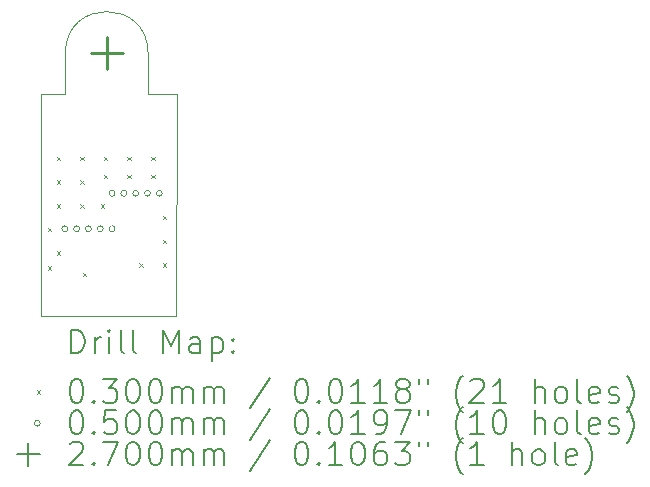
<source format=gbr>
%TF.GenerationSoftware,KiCad,Pcbnew,8.0.8*%
%TF.CreationDate,2025-02-15T01:37:26-07:00*%
%TF.ProjectId,ECE Capstone PCB Design,45434520-4361-4707-9374-6f6e65205043,rev?*%
%TF.SameCoordinates,Original*%
%TF.FileFunction,Drillmap*%
%TF.FilePolarity,Positive*%
%FSLAX45Y45*%
G04 Gerber Fmt 4.5, Leading zero omitted, Abs format (unit mm)*
G04 Created by KiCad (PCBNEW 8.0.8) date 2025-02-15 01:37:26*
%MOMM*%
%LPD*%
G01*
G04 APERTURE LIST*
%ADD10C,0.050000*%
%ADD11C,0.200000*%
%ADD12C,0.100000*%
%ADD13C,0.270000*%
G04 APERTURE END LIST*
D10*
X15660000Y-12710000D02*
X15660000Y-13061000D01*
X15900000Y-14939000D02*
X14750000Y-14939000D01*
X14751000Y-13061000D02*
X14960000Y-13061000D01*
X15900000Y-14939000D02*
X15901000Y-13061000D01*
X14960000Y-12710000D02*
X14960000Y-13061000D01*
X14960000Y-12710000D02*
G75*
G02*
X15660000Y-12710000I350000J0D01*
G01*
X14750000Y-14939000D02*
X14751000Y-13061000D01*
X15660000Y-13061000D02*
X15901000Y-13061000D01*
D11*
D12*
X14810000Y-14190000D02*
X14840000Y-14220000D01*
X14840000Y-14190000D02*
X14810000Y-14220000D01*
X14810000Y-14515000D02*
X14840000Y-14545000D01*
X14840000Y-14515000D02*
X14810000Y-14545000D01*
X14885000Y-13590000D02*
X14915000Y-13620000D01*
X14915000Y-13590000D02*
X14885000Y-13620000D01*
X14885000Y-13790000D02*
X14915000Y-13820000D01*
X14915000Y-13790000D02*
X14885000Y-13820000D01*
X14885000Y-13990000D02*
X14915000Y-14020000D01*
X14915000Y-13990000D02*
X14885000Y-14020000D01*
X14885000Y-14390000D02*
X14915000Y-14420000D01*
X14915000Y-14390000D02*
X14885000Y-14420000D01*
X15085000Y-13590000D02*
X15115000Y-13620000D01*
X15115000Y-13590000D02*
X15085000Y-13620000D01*
X15085000Y-13790000D02*
X15115000Y-13820000D01*
X15115000Y-13790000D02*
X15085000Y-13820000D01*
X15085000Y-13990000D02*
X15115000Y-14020000D01*
X15115000Y-13990000D02*
X15085000Y-14020000D01*
X15105000Y-14570000D02*
X15135000Y-14600000D01*
X15135000Y-14570000D02*
X15105000Y-14600000D01*
X15260000Y-13990000D02*
X15290000Y-14020000D01*
X15290000Y-13990000D02*
X15260000Y-14020000D01*
X15285000Y-13590000D02*
X15315000Y-13620000D01*
X15315000Y-13590000D02*
X15285000Y-13620000D01*
X15285000Y-13740000D02*
X15315000Y-13770000D01*
X15315000Y-13740000D02*
X15285000Y-13770000D01*
X15485000Y-13590000D02*
X15515000Y-13620000D01*
X15515000Y-13590000D02*
X15485000Y-13620000D01*
X15485000Y-13740000D02*
X15515000Y-13770000D01*
X15515000Y-13740000D02*
X15485000Y-13770000D01*
X15585000Y-14490000D02*
X15615000Y-14520000D01*
X15615000Y-14490000D02*
X15585000Y-14520000D01*
X15685000Y-13590000D02*
X15715000Y-13620000D01*
X15715000Y-13590000D02*
X15685000Y-13620000D01*
X15685000Y-13740000D02*
X15715000Y-13770000D01*
X15715000Y-13740000D02*
X15685000Y-13770000D01*
X15785000Y-14090000D02*
X15815000Y-14120000D01*
X15815000Y-14090000D02*
X15785000Y-14120000D01*
X15785000Y-14290000D02*
X15815000Y-14320000D01*
X15815000Y-14290000D02*
X15785000Y-14320000D01*
X15785000Y-14490000D02*
X15815000Y-14520000D01*
X15815000Y-14490000D02*
X15785000Y-14520000D01*
X14980000Y-14199000D02*
G75*
G02*
X14930000Y-14199000I-25000J0D01*
G01*
X14930000Y-14199000D02*
G75*
G02*
X14980000Y-14199000I25000J0D01*
G01*
X15080000Y-14199000D02*
G75*
G02*
X15030000Y-14199000I-25000J0D01*
G01*
X15030000Y-14199000D02*
G75*
G02*
X15080000Y-14199000I25000J0D01*
G01*
X15180000Y-14199000D02*
G75*
G02*
X15130000Y-14199000I-25000J0D01*
G01*
X15130000Y-14199000D02*
G75*
G02*
X15180000Y-14199000I25000J0D01*
G01*
X15280000Y-14199000D02*
G75*
G02*
X15230000Y-14199000I-25000J0D01*
G01*
X15230000Y-14199000D02*
G75*
G02*
X15280000Y-14199000I25000J0D01*
G01*
X15380000Y-13899000D02*
G75*
G02*
X15330000Y-13899000I-25000J0D01*
G01*
X15330000Y-13899000D02*
G75*
G02*
X15380000Y-13899000I25000J0D01*
G01*
X15380000Y-14199000D02*
G75*
G02*
X15330000Y-14199000I-25000J0D01*
G01*
X15330000Y-14199000D02*
G75*
G02*
X15380000Y-14199000I25000J0D01*
G01*
X15480000Y-13899000D02*
G75*
G02*
X15430000Y-13899000I-25000J0D01*
G01*
X15430000Y-13899000D02*
G75*
G02*
X15480000Y-13899000I25000J0D01*
G01*
X15580000Y-13899000D02*
G75*
G02*
X15530000Y-13899000I-25000J0D01*
G01*
X15530000Y-13899000D02*
G75*
G02*
X15580000Y-13899000I25000J0D01*
G01*
X15680000Y-13899000D02*
G75*
G02*
X15630000Y-13899000I-25000J0D01*
G01*
X15630000Y-13899000D02*
G75*
G02*
X15680000Y-13899000I25000J0D01*
G01*
X15780000Y-13899000D02*
G75*
G02*
X15730000Y-13899000I-25000J0D01*
G01*
X15730000Y-13899000D02*
G75*
G02*
X15780000Y-13899000I25000J0D01*
G01*
D13*
X15315000Y-12574000D02*
X15315000Y-12844000D01*
X15180000Y-12709000D02*
X15450000Y-12709000D01*
D11*
X15008277Y-15252984D02*
X15008277Y-15052984D01*
X15008277Y-15052984D02*
X15055896Y-15052984D01*
X15055896Y-15052984D02*
X15084467Y-15062508D01*
X15084467Y-15062508D02*
X15103515Y-15081555D01*
X15103515Y-15081555D02*
X15113039Y-15100603D01*
X15113039Y-15100603D02*
X15122562Y-15138698D01*
X15122562Y-15138698D02*
X15122562Y-15167269D01*
X15122562Y-15167269D02*
X15113039Y-15205365D01*
X15113039Y-15205365D02*
X15103515Y-15224412D01*
X15103515Y-15224412D02*
X15084467Y-15243460D01*
X15084467Y-15243460D02*
X15055896Y-15252984D01*
X15055896Y-15252984D02*
X15008277Y-15252984D01*
X15208277Y-15252984D02*
X15208277Y-15119650D01*
X15208277Y-15157746D02*
X15217801Y-15138698D01*
X15217801Y-15138698D02*
X15227324Y-15129174D01*
X15227324Y-15129174D02*
X15246372Y-15119650D01*
X15246372Y-15119650D02*
X15265420Y-15119650D01*
X15332086Y-15252984D02*
X15332086Y-15119650D01*
X15332086Y-15052984D02*
X15322562Y-15062508D01*
X15322562Y-15062508D02*
X15332086Y-15072031D01*
X15332086Y-15072031D02*
X15341610Y-15062508D01*
X15341610Y-15062508D02*
X15332086Y-15052984D01*
X15332086Y-15052984D02*
X15332086Y-15072031D01*
X15455896Y-15252984D02*
X15436848Y-15243460D01*
X15436848Y-15243460D02*
X15427324Y-15224412D01*
X15427324Y-15224412D02*
X15427324Y-15052984D01*
X15560658Y-15252984D02*
X15541610Y-15243460D01*
X15541610Y-15243460D02*
X15532086Y-15224412D01*
X15532086Y-15224412D02*
X15532086Y-15052984D01*
X15789229Y-15252984D02*
X15789229Y-15052984D01*
X15789229Y-15052984D02*
X15855896Y-15195841D01*
X15855896Y-15195841D02*
X15922562Y-15052984D01*
X15922562Y-15052984D02*
X15922562Y-15252984D01*
X16103515Y-15252984D02*
X16103515Y-15148222D01*
X16103515Y-15148222D02*
X16093991Y-15129174D01*
X16093991Y-15129174D02*
X16074943Y-15119650D01*
X16074943Y-15119650D02*
X16036848Y-15119650D01*
X16036848Y-15119650D02*
X16017801Y-15129174D01*
X16103515Y-15243460D02*
X16084467Y-15252984D01*
X16084467Y-15252984D02*
X16036848Y-15252984D01*
X16036848Y-15252984D02*
X16017801Y-15243460D01*
X16017801Y-15243460D02*
X16008277Y-15224412D01*
X16008277Y-15224412D02*
X16008277Y-15205365D01*
X16008277Y-15205365D02*
X16017801Y-15186317D01*
X16017801Y-15186317D02*
X16036848Y-15176793D01*
X16036848Y-15176793D02*
X16084467Y-15176793D01*
X16084467Y-15176793D02*
X16103515Y-15167269D01*
X16198753Y-15119650D02*
X16198753Y-15319650D01*
X16198753Y-15129174D02*
X16217801Y-15119650D01*
X16217801Y-15119650D02*
X16255896Y-15119650D01*
X16255896Y-15119650D02*
X16274943Y-15129174D01*
X16274943Y-15129174D02*
X16284467Y-15138698D01*
X16284467Y-15138698D02*
X16293991Y-15157746D01*
X16293991Y-15157746D02*
X16293991Y-15214888D01*
X16293991Y-15214888D02*
X16284467Y-15233936D01*
X16284467Y-15233936D02*
X16274943Y-15243460D01*
X16274943Y-15243460D02*
X16255896Y-15252984D01*
X16255896Y-15252984D02*
X16217801Y-15252984D01*
X16217801Y-15252984D02*
X16198753Y-15243460D01*
X16379705Y-15233936D02*
X16389229Y-15243460D01*
X16389229Y-15243460D02*
X16379705Y-15252984D01*
X16379705Y-15252984D02*
X16370182Y-15243460D01*
X16370182Y-15243460D02*
X16379705Y-15233936D01*
X16379705Y-15233936D02*
X16379705Y-15252984D01*
X16379705Y-15129174D02*
X16389229Y-15138698D01*
X16389229Y-15138698D02*
X16379705Y-15148222D01*
X16379705Y-15148222D02*
X16370182Y-15138698D01*
X16370182Y-15138698D02*
X16379705Y-15129174D01*
X16379705Y-15129174D02*
X16379705Y-15148222D01*
D12*
X14717500Y-15566500D02*
X14747500Y-15596500D01*
X14747500Y-15566500D02*
X14717500Y-15596500D01*
D11*
X15046372Y-15472984D02*
X15065420Y-15472984D01*
X15065420Y-15472984D02*
X15084467Y-15482508D01*
X15084467Y-15482508D02*
X15093991Y-15492031D01*
X15093991Y-15492031D02*
X15103515Y-15511079D01*
X15103515Y-15511079D02*
X15113039Y-15549174D01*
X15113039Y-15549174D02*
X15113039Y-15596793D01*
X15113039Y-15596793D02*
X15103515Y-15634888D01*
X15103515Y-15634888D02*
X15093991Y-15653936D01*
X15093991Y-15653936D02*
X15084467Y-15663460D01*
X15084467Y-15663460D02*
X15065420Y-15672984D01*
X15065420Y-15672984D02*
X15046372Y-15672984D01*
X15046372Y-15672984D02*
X15027324Y-15663460D01*
X15027324Y-15663460D02*
X15017801Y-15653936D01*
X15017801Y-15653936D02*
X15008277Y-15634888D01*
X15008277Y-15634888D02*
X14998753Y-15596793D01*
X14998753Y-15596793D02*
X14998753Y-15549174D01*
X14998753Y-15549174D02*
X15008277Y-15511079D01*
X15008277Y-15511079D02*
X15017801Y-15492031D01*
X15017801Y-15492031D02*
X15027324Y-15482508D01*
X15027324Y-15482508D02*
X15046372Y-15472984D01*
X15198753Y-15653936D02*
X15208277Y-15663460D01*
X15208277Y-15663460D02*
X15198753Y-15672984D01*
X15198753Y-15672984D02*
X15189229Y-15663460D01*
X15189229Y-15663460D02*
X15198753Y-15653936D01*
X15198753Y-15653936D02*
X15198753Y-15672984D01*
X15274943Y-15472984D02*
X15398753Y-15472984D01*
X15398753Y-15472984D02*
X15332086Y-15549174D01*
X15332086Y-15549174D02*
X15360658Y-15549174D01*
X15360658Y-15549174D02*
X15379705Y-15558698D01*
X15379705Y-15558698D02*
X15389229Y-15568222D01*
X15389229Y-15568222D02*
X15398753Y-15587269D01*
X15398753Y-15587269D02*
X15398753Y-15634888D01*
X15398753Y-15634888D02*
X15389229Y-15653936D01*
X15389229Y-15653936D02*
X15379705Y-15663460D01*
X15379705Y-15663460D02*
X15360658Y-15672984D01*
X15360658Y-15672984D02*
X15303515Y-15672984D01*
X15303515Y-15672984D02*
X15284467Y-15663460D01*
X15284467Y-15663460D02*
X15274943Y-15653936D01*
X15522562Y-15472984D02*
X15541610Y-15472984D01*
X15541610Y-15472984D02*
X15560658Y-15482508D01*
X15560658Y-15482508D02*
X15570182Y-15492031D01*
X15570182Y-15492031D02*
X15579705Y-15511079D01*
X15579705Y-15511079D02*
X15589229Y-15549174D01*
X15589229Y-15549174D02*
X15589229Y-15596793D01*
X15589229Y-15596793D02*
X15579705Y-15634888D01*
X15579705Y-15634888D02*
X15570182Y-15653936D01*
X15570182Y-15653936D02*
X15560658Y-15663460D01*
X15560658Y-15663460D02*
X15541610Y-15672984D01*
X15541610Y-15672984D02*
X15522562Y-15672984D01*
X15522562Y-15672984D02*
X15503515Y-15663460D01*
X15503515Y-15663460D02*
X15493991Y-15653936D01*
X15493991Y-15653936D02*
X15484467Y-15634888D01*
X15484467Y-15634888D02*
X15474943Y-15596793D01*
X15474943Y-15596793D02*
X15474943Y-15549174D01*
X15474943Y-15549174D02*
X15484467Y-15511079D01*
X15484467Y-15511079D02*
X15493991Y-15492031D01*
X15493991Y-15492031D02*
X15503515Y-15482508D01*
X15503515Y-15482508D02*
X15522562Y-15472984D01*
X15713039Y-15472984D02*
X15732086Y-15472984D01*
X15732086Y-15472984D02*
X15751134Y-15482508D01*
X15751134Y-15482508D02*
X15760658Y-15492031D01*
X15760658Y-15492031D02*
X15770182Y-15511079D01*
X15770182Y-15511079D02*
X15779705Y-15549174D01*
X15779705Y-15549174D02*
X15779705Y-15596793D01*
X15779705Y-15596793D02*
X15770182Y-15634888D01*
X15770182Y-15634888D02*
X15760658Y-15653936D01*
X15760658Y-15653936D02*
X15751134Y-15663460D01*
X15751134Y-15663460D02*
X15732086Y-15672984D01*
X15732086Y-15672984D02*
X15713039Y-15672984D01*
X15713039Y-15672984D02*
X15693991Y-15663460D01*
X15693991Y-15663460D02*
X15684467Y-15653936D01*
X15684467Y-15653936D02*
X15674943Y-15634888D01*
X15674943Y-15634888D02*
X15665420Y-15596793D01*
X15665420Y-15596793D02*
X15665420Y-15549174D01*
X15665420Y-15549174D02*
X15674943Y-15511079D01*
X15674943Y-15511079D02*
X15684467Y-15492031D01*
X15684467Y-15492031D02*
X15693991Y-15482508D01*
X15693991Y-15482508D02*
X15713039Y-15472984D01*
X15865420Y-15672984D02*
X15865420Y-15539650D01*
X15865420Y-15558698D02*
X15874943Y-15549174D01*
X15874943Y-15549174D02*
X15893991Y-15539650D01*
X15893991Y-15539650D02*
X15922563Y-15539650D01*
X15922563Y-15539650D02*
X15941610Y-15549174D01*
X15941610Y-15549174D02*
X15951134Y-15568222D01*
X15951134Y-15568222D02*
X15951134Y-15672984D01*
X15951134Y-15568222D02*
X15960658Y-15549174D01*
X15960658Y-15549174D02*
X15979705Y-15539650D01*
X15979705Y-15539650D02*
X16008277Y-15539650D01*
X16008277Y-15539650D02*
X16027324Y-15549174D01*
X16027324Y-15549174D02*
X16036848Y-15568222D01*
X16036848Y-15568222D02*
X16036848Y-15672984D01*
X16132086Y-15672984D02*
X16132086Y-15539650D01*
X16132086Y-15558698D02*
X16141610Y-15549174D01*
X16141610Y-15549174D02*
X16160658Y-15539650D01*
X16160658Y-15539650D02*
X16189229Y-15539650D01*
X16189229Y-15539650D02*
X16208277Y-15549174D01*
X16208277Y-15549174D02*
X16217801Y-15568222D01*
X16217801Y-15568222D02*
X16217801Y-15672984D01*
X16217801Y-15568222D02*
X16227324Y-15549174D01*
X16227324Y-15549174D02*
X16246372Y-15539650D01*
X16246372Y-15539650D02*
X16274943Y-15539650D01*
X16274943Y-15539650D02*
X16293991Y-15549174D01*
X16293991Y-15549174D02*
X16303515Y-15568222D01*
X16303515Y-15568222D02*
X16303515Y-15672984D01*
X16693991Y-15463460D02*
X16522563Y-15720603D01*
X16951134Y-15472984D02*
X16970182Y-15472984D01*
X16970182Y-15472984D02*
X16989229Y-15482508D01*
X16989229Y-15482508D02*
X16998753Y-15492031D01*
X16998753Y-15492031D02*
X17008277Y-15511079D01*
X17008277Y-15511079D02*
X17017801Y-15549174D01*
X17017801Y-15549174D02*
X17017801Y-15596793D01*
X17017801Y-15596793D02*
X17008277Y-15634888D01*
X17008277Y-15634888D02*
X16998753Y-15653936D01*
X16998753Y-15653936D02*
X16989229Y-15663460D01*
X16989229Y-15663460D02*
X16970182Y-15672984D01*
X16970182Y-15672984D02*
X16951134Y-15672984D01*
X16951134Y-15672984D02*
X16932087Y-15663460D01*
X16932087Y-15663460D02*
X16922563Y-15653936D01*
X16922563Y-15653936D02*
X16913039Y-15634888D01*
X16913039Y-15634888D02*
X16903515Y-15596793D01*
X16903515Y-15596793D02*
X16903515Y-15549174D01*
X16903515Y-15549174D02*
X16913039Y-15511079D01*
X16913039Y-15511079D02*
X16922563Y-15492031D01*
X16922563Y-15492031D02*
X16932087Y-15482508D01*
X16932087Y-15482508D02*
X16951134Y-15472984D01*
X17103515Y-15653936D02*
X17113039Y-15663460D01*
X17113039Y-15663460D02*
X17103515Y-15672984D01*
X17103515Y-15672984D02*
X17093991Y-15663460D01*
X17093991Y-15663460D02*
X17103515Y-15653936D01*
X17103515Y-15653936D02*
X17103515Y-15672984D01*
X17236848Y-15472984D02*
X17255896Y-15472984D01*
X17255896Y-15472984D02*
X17274944Y-15482508D01*
X17274944Y-15482508D02*
X17284468Y-15492031D01*
X17284468Y-15492031D02*
X17293991Y-15511079D01*
X17293991Y-15511079D02*
X17303515Y-15549174D01*
X17303515Y-15549174D02*
X17303515Y-15596793D01*
X17303515Y-15596793D02*
X17293991Y-15634888D01*
X17293991Y-15634888D02*
X17284468Y-15653936D01*
X17284468Y-15653936D02*
X17274944Y-15663460D01*
X17274944Y-15663460D02*
X17255896Y-15672984D01*
X17255896Y-15672984D02*
X17236848Y-15672984D01*
X17236848Y-15672984D02*
X17217801Y-15663460D01*
X17217801Y-15663460D02*
X17208277Y-15653936D01*
X17208277Y-15653936D02*
X17198753Y-15634888D01*
X17198753Y-15634888D02*
X17189229Y-15596793D01*
X17189229Y-15596793D02*
X17189229Y-15549174D01*
X17189229Y-15549174D02*
X17198753Y-15511079D01*
X17198753Y-15511079D02*
X17208277Y-15492031D01*
X17208277Y-15492031D02*
X17217801Y-15482508D01*
X17217801Y-15482508D02*
X17236848Y-15472984D01*
X17493991Y-15672984D02*
X17379706Y-15672984D01*
X17436848Y-15672984D02*
X17436848Y-15472984D01*
X17436848Y-15472984D02*
X17417801Y-15501555D01*
X17417801Y-15501555D02*
X17398753Y-15520603D01*
X17398753Y-15520603D02*
X17379706Y-15530127D01*
X17684468Y-15672984D02*
X17570182Y-15672984D01*
X17627325Y-15672984D02*
X17627325Y-15472984D01*
X17627325Y-15472984D02*
X17608277Y-15501555D01*
X17608277Y-15501555D02*
X17589229Y-15520603D01*
X17589229Y-15520603D02*
X17570182Y-15530127D01*
X17798753Y-15558698D02*
X17779706Y-15549174D01*
X17779706Y-15549174D02*
X17770182Y-15539650D01*
X17770182Y-15539650D02*
X17760658Y-15520603D01*
X17760658Y-15520603D02*
X17760658Y-15511079D01*
X17760658Y-15511079D02*
X17770182Y-15492031D01*
X17770182Y-15492031D02*
X17779706Y-15482508D01*
X17779706Y-15482508D02*
X17798753Y-15472984D01*
X17798753Y-15472984D02*
X17836849Y-15472984D01*
X17836849Y-15472984D02*
X17855896Y-15482508D01*
X17855896Y-15482508D02*
X17865420Y-15492031D01*
X17865420Y-15492031D02*
X17874944Y-15511079D01*
X17874944Y-15511079D02*
X17874944Y-15520603D01*
X17874944Y-15520603D02*
X17865420Y-15539650D01*
X17865420Y-15539650D02*
X17855896Y-15549174D01*
X17855896Y-15549174D02*
X17836849Y-15558698D01*
X17836849Y-15558698D02*
X17798753Y-15558698D01*
X17798753Y-15558698D02*
X17779706Y-15568222D01*
X17779706Y-15568222D02*
X17770182Y-15577746D01*
X17770182Y-15577746D02*
X17760658Y-15596793D01*
X17760658Y-15596793D02*
X17760658Y-15634888D01*
X17760658Y-15634888D02*
X17770182Y-15653936D01*
X17770182Y-15653936D02*
X17779706Y-15663460D01*
X17779706Y-15663460D02*
X17798753Y-15672984D01*
X17798753Y-15672984D02*
X17836849Y-15672984D01*
X17836849Y-15672984D02*
X17855896Y-15663460D01*
X17855896Y-15663460D02*
X17865420Y-15653936D01*
X17865420Y-15653936D02*
X17874944Y-15634888D01*
X17874944Y-15634888D02*
X17874944Y-15596793D01*
X17874944Y-15596793D02*
X17865420Y-15577746D01*
X17865420Y-15577746D02*
X17855896Y-15568222D01*
X17855896Y-15568222D02*
X17836849Y-15558698D01*
X17951134Y-15472984D02*
X17951134Y-15511079D01*
X18027325Y-15472984D02*
X18027325Y-15511079D01*
X18322563Y-15749174D02*
X18313039Y-15739650D01*
X18313039Y-15739650D02*
X18293991Y-15711079D01*
X18293991Y-15711079D02*
X18284468Y-15692031D01*
X18284468Y-15692031D02*
X18274944Y-15663460D01*
X18274944Y-15663460D02*
X18265420Y-15615841D01*
X18265420Y-15615841D02*
X18265420Y-15577746D01*
X18265420Y-15577746D02*
X18274944Y-15530127D01*
X18274944Y-15530127D02*
X18284468Y-15501555D01*
X18284468Y-15501555D02*
X18293991Y-15482508D01*
X18293991Y-15482508D02*
X18313039Y-15453936D01*
X18313039Y-15453936D02*
X18322563Y-15444412D01*
X18389230Y-15492031D02*
X18398753Y-15482508D01*
X18398753Y-15482508D02*
X18417801Y-15472984D01*
X18417801Y-15472984D02*
X18465420Y-15472984D01*
X18465420Y-15472984D02*
X18484468Y-15482508D01*
X18484468Y-15482508D02*
X18493991Y-15492031D01*
X18493991Y-15492031D02*
X18503515Y-15511079D01*
X18503515Y-15511079D02*
X18503515Y-15530127D01*
X18503515Y-15530127D02*
X18493991Y-15558698D01*
X18493991Y-15558698D02*
X18379706Y-15672984D01*
X18379706Y-15672984D02*
X18503515Y-15672984D01*
X18693991Y-15672984D02*
X18579706Y-15672984D01*
X18636849Y-15672984D02*
X18636849Y-15472984D01*
X18636849Y-15472984D02*
X18617801Y-15501555D01*
X18617801Y-15501555D02*
X18598753Y-15520603D01*
X18598753Y-15520603D02*
X18579706Y-15530127D01*
X18932087Y-15672984D02*
X18932087Y-15472984D01*
X19017801Y-15672984D02*
X19017801Y-15568222D01*
X19017801Y-15568222D02*
X19008277Y-15549174D01*
X19008277Y-15549174D02*
X18989230Y-15539650D01*
X18989230Y-15539650D02*
X18960658Y-15539650D01*
X18960658Y-15539650D02*
X18941611Y-15549174D01*
X18941611Y-15549174D02*
X18932087Y-15558698D01*
X19141611Y-15672984D02*
X19122563Y-15663460D01*
X19122563Y-15663460D02*
X19113039Y-15653936D01*
X19113039Y-15653936D02*
X19103515Y-15634888D01*
X19103515Y-15634888D02*
X19103515Y-15577746D01*
X19103515Y-15577746D02*
X19113039Y-15558698D01*
X19113039Y-15558698D02*
X19122563Y-15549174D01*
X19122563Y-15549174D02*
X19141611Y-15539650D01*
X19141611Y-15539650D02*
X19170182Y-15539650D01*
X19170182Y-15539650D02*
X19189230Y-15549174D01*
X19189230Y-15549174D02*
X19198753Y-15558698D01*
X19198753Y-15558698D02*
X19208277Y-15577746D01*
X19208277Y-15577746D02*
X19208277Y-15634888D01*
X19208277Y-15634888D02*
X19198753Y-15653936D01*
X19198753Y-15653936D02*
X19189230Y-15663460D01*
X19189230Y-15663460D02*
X19170182Y-15672984D01*
X19170182Y-15672984D02*
X19141611Y-15672984D01*
X19322563Y-15672984D02*
X19303515Y-15663460D01*
X19303515Y-15663460D02*
X19293992Y-15644412D01*
X19293992Y-15644412D02*
X19293992Y-15472984D01*
X19474944Y-15663460D02*
X19455896Y-15672984D01*
X19455896Y-15672984D02*
X19417801Y-15672984D01*
X19417801Y-15672984D02*
X19398753Y-15663460D01*
X19398753Y-15663460D02*
X19389230Y-15644412D01*
X19389230Y-15644412D02*
X19389230Y-15568222D01*
X19389230Y-15568222D02*
X19398753Y-15549174D01*
X19398753Y-15549174D02*
X19417801Y-15539650D01*
X19417801Y-15539650D02*
X19455896Y-15539650D01*
X19455896Y-15539650D02*
X19474944Y-15549174D01*
X19474944Y-15549174D02*
X19484468Y-15568222D01*
X19484468Y-15568222D02*
X19484468Y-15587269D01*
X19484468Y-15587269D02*
X19389230Y-15606317D01*
X19560658Y-15663460D02*
X19579706Y-15672984D01*
X19579706Y-15672984D02*
X19617801Y-15672984D01*
X19617801Y-15672984D02*
X19636849Y-15663460D01*
X19636849Y-15663460D02*
X19646373Y-15644412D01*
X19646373Y-15644412D02*
X19646373Y-15634888D01*
X19646373Y-15634888D02*
X19636849Y-15615841D01*
X19636849Y-15615841D02*
X19617801Y-15606317D01*
X19617801Y-15606317D02*
X19589230Y-15606317D01*
X19589230Y-15606317D02*
X19570182Y-15596793D01*
X19570182Y-15596793D02*
X19560658Y-15577746D01*
X19560658Y-15577746D02*
X19560658Y-15568222D01*
X19560658Y-15568222D02*
X19570182Y-15549174D01*
X19570182Y-15549174D02*
X19589230Y-15539650D01*
X19589230Y-15539650D02*
X19617801Y-15539650D01*
X19617801Y-15539650D02*
X19636849Y-15549174D01*
X19713039Y-15749174D02*
X19722563Y-15739650D01*
X19722563Y-15739650D02*
X19741611Y-15711079D01*
X19741611Y-15711079D02*
X19751134Y-15692031D01*
X19751134Y-15692031D02*
X19760658Y-15663460D01*
X19760658Y-15663460D02*
X19770182Y-15615841D01*
X19770182Y-15615841D02*
X19770182Y-15577746D01*
X19770182Y-15577746D02*
X19760658Y-15530127D01*
X19760658Y-15530127D02*
X19751134Y-15501555D01*
X19751134Y-15501555D02*
X19741611Y-15482508D01*
X19741611Y-15482508D02*
X19722563Y-15453936D01*
X19722563Y-15453936D02*
X19713039Y-15444412D01*
D12*
X14747500Y-15845500D02*
G75*
G02*
X14697500Y-15845500I-25000J0D01*
G01*
X14697500Y-15845500D02*
G75*
G02*
X14747500Y-15845500I25000J0D01*
G01*
D11*
X15046372Y-15736984D02*
X15065420Y-15736984D01*
X15065420Y-15736984D02*
X15084467Y-15746508D01*
X15084467Y-15746508D02*
X15093991Y-15756031D01*
X15093991Y-15756031D02*
X15103515Y-15775079D01*
X15103515Y-15775079D02*
X15113039Y-15813174D01*
X15113039Y-15813174D02*
X15113039Y-15860793D01*
X15113039Y-15860793D02*
X15103515Y-15898888D01*
X15103515Y-15898888D02*
X15093991Y-15917936D01*
X15093991Y-15917936D02*
X15084467Y-15927460D01*
X15084467Y-15927460D02*
X15065420Y-15936984D01*
X15065420Y-15936984D02*
X15046372Y-15936984D01*
X15046372Y-15936984D02*
X15027324Y-15927460D01*
X15027324Y-15927460D02*
X15017801Y-15917936D01*
X15017801Y-15917936D02*
X15008277Y-15898888D01*
X15008277Y-15898888D02*
X14998753Y-15860793D01*
X14998753Y-15860793D02*
X14998753Y-15813174D01*
X14998753Y-15813174D02*
X15008277Y-15775079D01*
X15008277Y-15775079D02*
X15017801Y-15756031D01*
X15017801Y-15756031D02*
X15027324Y-15746508D01*
X15027324Y-15746508D02*
X15046372Y-15736984D01*
X15198753Y-15917936D02*
X15208277Y-15927460D01*
X15208277Y-15927460D02*
X15198753Y-15936984D01*
X15198753Y-15936984D02*
X15189229Y-15927460D01*
X15189229Y-15927460D02*
X15198753Y-15917936D01*
X15198753Y-15917936D02*
X15198753Y-15936984D01*
X15389229Y-15736984D02*
X15293991Y-15736984D01*
X15293991Y-15736984D02*
X15284467Y-15832222D01*
X15284467Y-15832222D02*
X15293991Y-15822698D01*
X15293991Y-15822698D02*
X15313039Y-15813174D01*
X15313039Y-15813174D02*
X15360658Y-15813174D01*
X15360658Y-15813174D02*
X15379705Y-15822698D01*
X15379705Y-15822698D02*
X15389229Y-15832222D01*
X15389229Y-15832222D02*
X15398753Y-15851269D01*
X15398753Y-15851269D02*
X15398753Y-15898888D01*
X15398753Y-15898888D02*
X15389229Y-15917936D01*
X15389229Y-15917936D02*
X15379705Y-15927460D01*
X15379705Y-15927460D02*
X15360658Y-15936984D01*
X15360658Y-15936984D02*
X15313039Y-15936984D01*
X15313039Y-15936984D02*
X15293991Y-15927460D01*
X15293991Y-15927460D02*
X15284467Y-15917936D01*
X15522562Y-15736984D02*
X15541610Y-15736984D01*
X15541610Y-15736984D02*
X15560658Y-15746508D01*
X15560658Y-15746508D02*
X15570182Y-15756031D01*
X15570182Y-15756031D02*
X15579705Y-15775079D01*
X15579705Y-15775079D02*
X15589229Y-15813174D01*
X15589229Y-15813174D02*
X15589229Y-15860793D01*
X15589229Y-15860793D02*
X15579705Y-15898888D01*
X15579705Y-15898888D02*
X15570182Y-15917936D01*
X15570182Y-15917936D02*
X15560658Y-15927460D01*
X15560658Y-15927460D02*
X15541610Y-15936984D01*
X15541610Y-15936984D02*
X15522562Y-15936984D01*
X15522562Y-15936984D02*
X15503515Y-15927460D01*
X15503515Y-15927460D02*
X15493991Y-15917936D01*
X15493991Y-15917936D02*
X15484467Y-15898888D01*
X15484467Y-15898888D02*
X15474943Y-15860793D01*
X15474943Y-15860793D02*
X15474943Y-15813174D01*
X15474943Y-15813174D02*
X15484467Y-15775079D01*
X15484467Y-15775079D02*
X15493991Y-15756031D01*
X15493991Y-15756031D02*
X15503515Y-15746508D01*
X15503515Y-15746508D02*
X15522562Y-15736984D01*
X15713039Y-15736984D02*
X15732086Y-15736984D01*
X15732086Y-15736984D02*
X15751134Y-15746508D01*
X15751134Y-15746508D02*
X15760658Y-15756031D01*
X15760658Y-15756031D02*
X15770182Y-15775079D01*
X15770182Y-15775079D02*
X15779705Y-15813174D01*
X15779705Y-15813174D02*
X15779705Y-15860793D01*
X15779705Y-15860793D02*
X15770182Y-15898888D01*
X15770182Y-15898888D02*
X15760658Y-15917936D01*
X15760658Y-15917936D02*
X15751134Y-15927460D01*
X15751134Y-15927460D02*
X15732086Y-15936984D01*
X15732086Y-15936984D02*
X15713039Y-15936984D01*
X15713039Y-15936984D02*
X15693991Y-15927460D01*
X15693991Y-15927460D02*
X15684467Y-15917936D01*
X15684467Y-15917936D02*
X15674943Y-15898888D01*
X15674943Y-15898888D02*
X15665420Y-15860793D01*
X15665420Y-15860793D02*
X15665420Y-15813174D01*
X15665420Y-15813174D02*
X15674943Y-15775079D01*
X15674943Y-15775079D02*
X15684467Y-15756031D01*
X15684467Y-15756031D02*
X15693991Y-15746508D01*
X15693991Y-15746508D02*
X15713039Y-15736984D01*
X15865420Y-15936984D02*
X15865420Y-15803650D01*
X15865420Y-15822698D02*
X15874943Y-15813174D01*
X15874943Y-15813174D02*
X15893991Y-15803650D01*
X15893991Y-15803650D02*
X15922563Y-15803650D01*
X15922563Y-15803650D02*
X15941610Y-15813174D01*
X15941610Y-15813174D02*
X15951134Y-15832222D01*
X15951134Y-15832222D02*
X15951134Y-15936984D01*
X15951134Y-15832222D02*
X15960658Y-15813174D01*
X15960658Y-15813174D02*
X15979705Y-15803650D01*
X15979705Y-15803650D02*
X16008277Y-15803650D01*
X16008277Y-15803650D02*
X16027324Y-15813174D01*
X16027324Y-15813174D02*
X16036848Y-15832222D01*
X16036848Y-15832222D02*
X16036848Y-15936984D01*
X16132086Y-15936984D02*
X16132086Y-15803650D01*
X16132086Y-15822698D02*
X16141610Y-15813174D01*
X16141610Y-15813174D02*
X16160658Y-15803650D01*
X16160658Y-15803650D02*
X16189229Y-15803650D01*
X16189229Y-15803650D02*
X16208277Y-15813174D01*
X16208277Y-15813174D02*
X16217801Y-15832222D01*
X16217801Y-15832222D02*
X16217801Y-15936984D01*
X16217801Y-15832222D02*
X16227324Y-15813174D01*
X16227324Y-15813174D02*
X16246372Y-15803650D01*
X16246372Y-15803650D02*
X16274943Y-15803650D01*
X16274943Y-15803650D02*
X16293991Y-15813174D01*
X16293991Y-15813174D02*
X16303515Y-15832222D01*
X16303515Y-15832222D02*
X16303515Y-15936984D01*
X16693991Y-15727460D02*
X16522563Y-15984603D01*
X16951134Y-15736984D02*
X16970182Y-15736984D01*
X16970182Y-15736984D02*
X16989229Y-15746508D01*
X16989229Y-15746508D02*
X16998753Y-15756031D01*
X16998753Y-15756031D02*
X17008277Y-15775079D01*
X17008277Y-15775079D02*
X17017801Y-15813174D01*
X17017801Y-15813174D02*
X17017801Y-15860793D01*
X17017801Y-15860793D02*
X17008277Y-15898888D01*
X17008277Y-15898888D02*
X16998753Y-15917936D01*
X16998753Y-15917936D02*
X16989229Y-15927460D01*
X16989229Y-15927460D02*
X16970182Y-15936984D01*
X16970182Y-15936984D02*
X16951134Y-15936984D01*
X16951134Y-15936984D02*
X16932087Y-15927460D01*
X16932087Y-15927460D02*
X16922563Y-15917936D01*
X16922563Y-15917936D02*
X16913039Y-15898888D01*
X16913039Y-15898888D02*
X16903515Y-15860793D01*
X16903515Y-15860793D02*
X16903515Y-15813174D01*
X16903515Y-15813174D02*
X16913039Y-15775079D01*
X16913039Y-15775079D02*
X16922563Y-15756031D01*
X16922563Y-15756031D02*
X16932087Y-15746508D01*
X16932087Y-15746508D02*
X16951134Y-15736984D01*
X17103515Y-15917936D02*
X17113039Y-15927460D01*
X17113039Y-15927460D02*
X17103515Y-15936984D01*
X17103515Y-15936984D02*
X17093991Y-15927460D01*
X17093991Y-15927460D02*
X17103515Y-15917936D01*
X17103515Y-15917936D02*
X17103515Y-15936984D01*
X17236848Y-15736984D02*
X17255896Y-15736984D01*
X17255896Y-15736984D02*
X17274944Y-15746508D01*
X17274944Y-15746508D02*
X17284468Y-15756031D01*
X17284468Y-15756031D02*
X17293991Y-15775079D01*
X17293991Y-15775079D02*
X17303515Y-15813174D01*
X17303515Y-15813174D02*
X17303515Y-15860793D01*
X17303515Y-15860793D02*
X17293991Y-15898888D01*
X17293991Y-15898888D02*
X17284468Y-15917936D01*
X17284468Y-15917936D02*
X17274944Y-15927460D01*
X17274944Y-15927460D02*
X17255896Y-15936984D01*
X17255896Y-15936984D02*
X17236848Y-15936984D01*
X17236848Y-15936984D02*
X17217801Y-15927460D01*
X17217801Y-15927460D02*
X17208277Y-15917936D01*
X17208277Y-15917936D02*
X17198753Y-15898888D01*
X17198753Y-15898888D02*
X17189229Y-15860793D01*
X17189229Y-15860793D02*
X17189229Y-15813174D01*
X17189229Y-15813174D02*
X17198753Y-15775079D01*
X17198753Y-15775079D02*
X17208277Y-15756031D01*
X17208277Y-15756031D02*
X17217801Y-15746508D01*
X17217801Y-15746508D02*
X17236848Y-15736984D01*
X17493991Y-15936984D02*
X17379706Y-15936984D01*
X17436848Y-15936984D02*
X17436848Y-15736984D01*
X17436848Y-15736984D02*
X17417801Y-15765555D01*
X17417801Y-15765555D02*
X17398753Y-15784603D01*
X17398753Y-15784603D02*
X17379706Y-15794127D01*
X17589229Y-15936984D02*
X17627325Y-15936984D01*
X17627325Y-15936984D02*
X17646372Y-15927460D01*
X17646372Y-15927460D02*
X17655896Y-15917936D01*
X17655896Y-15917936D02*
X17674944Y-15889365D01*
X17674944Y-15889365D02*
X17684468Y-15851269D01*
X17684468Y-15851269D02*
X17684468Y-15775079D01*
X17684468Y-15775079D02*
X17674944Y-15756031D01*
X17674944Y-15756031D02*
X17665420Y-15746508D01*
X17665420Y-15746508D02*
X17646372Y-15736984D01*
X17646372Y-15736984D02*
X17608277Y-15736984D01*
X17608277Y-15736984D02*
X17589229Y-15746508D01*
X17589229Y-15746508D02*
X17579706Y-15756031D01*
X17579706Y-15756031D02*
X17570182Y-15775079D01*
X17570182Y-15775079D02*
X17570182Y-15822698D01*
X17570182Y-15822698D02*
X17579706Y-15841746D01*
X17579706Y-15841746D02*
X17589229Y-15851269D01*
X17589229Y-15851269D02*
X17608277Y-15860793D01*
X17608277Y-15860793D02*
X17646372Y-15860793D01*
X17646372Y-15860793D02*
X17665420Y-15851269D01*
X17665420Y-15851269D02*
X17674944Y-15841746D01*
X17674944Y-15841746D02*
X17684468Y-15822698D01*
X17751134Y-15736984D02*
X17884468Y-15736984D01*
X17884468Y-15736984D02*
X17798753Y-15936984D01*
X17951134Y-15736984D02*
X17951134Y-15775079D01*
X18027325Y-15736984D02*
X18027325Y-15775079D01*
X18322563Y-16013174D02*
X18313039Y-16003650D01*
X18313039Y-16003650D02*
X18293991Y-15975079D01*
X18293991Y-15975079D02*
X18284468Y-15956031D01*
X18284468Y-15956031D02*
X18274944Y-15927460D01*
X18274944Y-15927460D02*
X18265420Y-15879841D01*
X18265420Y-15879841D02*
X18265420Y-15841746D01*
X18265420Y-15841746D02*
X18274944Y-15794127D01*
X18274944Y-15794127D02*
X18284468Y-15765555D01*
X18284468Y-15765555D02*
X18293991Y-15746508D01*
X18293991Y-15746508D02*
X18313039Y-15717936D01*
X18313039Y-15717936D02*
X18322563Y-15708412D01*
X18503515Y-15936984D02*
X18389230Y-15936984D01*
X18446372Y-15936984D02*
X18446372Y-15736984D01*
X18446372Y-15736984D02*
X18427325Y-15765555D01*
X18427325Y-15765555D02*
X18408277Y-15784603D01*
X18408277Y-15784603D02*
X18389230Y-15794127D01*
X18627325Y-15736984D02*
X18646372Y-15736984D01*
X18646372Y-15736984D02*
X18665420Y-15746508D01*
X18665420Y-15746508D02*
X18674944Y-15756031D01*
X18674944Y-15756031D02*
X18684468Y-15775079D01*
X18684468Y-15775079D02*
X18693991Y-15813174D01*
X18693991Y-15813174D02*
X18693991Y-15860793D01*
X18693991Y-15860793D02*
X18684468Y-15898888D01*
X18684468Y-15898888D02*
X18674944Y-15917936D01*
X18674944Y-15917936D02*
X18665420Y-15927460D01*
X18665420Y-15927460D02*
X18646372Y-15936984D01*
X18646372Y-15936984D02*
X18627325Y-15936984D01*
X18627325Y-15936984D02*
X18608277Y-15927460D01*
X18608277Y-15927460D02*
X18598753Y-15917936D01*
X18598753Y-15917936D02*
X18589230Y-15898888D01*
X18589230Y-15898888D02*
X18579706Y-15860793D01*
X18579706Y-15860793D02*
X18579706Y-15813174D01*
X18579706Y-15813174D02*
X18589230Y-15775079D01*
X18589230Y-15775079D02*
X18598753Y-15756031D01*
X18598753Y-15756031D02*
X18608277Y-15746508D01*
X18608277Y-15746508D02*
X18627325Y-15736984D01*
X18932087Y-15936984D02*
X18932087Y-15736984D01*
X19017801Y-15936984D02*
X19017801Y-15832222D01*
X19017801Y-15832222D02*
X19008277Y-15813174D01*
X19008277Y-15813174D02*
X18989230Y-15803650D01*
X18989230Y-15803650D02*
X18960658Y-15803650D01*
X18960658Y-15803650D02*
X18941611Y-15813174D01*
X18941611Y-15813174D02*
X18932087Y-15822698D01*
X19141611Y-15936984D02*
X19122563Y-15927460D01*
X19122563Y-15927460D02*
X19113039Y-15917936D01*
X19113039Y-15917936D02*
X19103515Y-15898888D01*
X19103515Y-15898888D02*
X19103515Y-15841746D01*
X19103515Y-15841746D02*
X19113039Y-15822698D01*
X19113039Y-15822698D02*
X19122563Y-15813174D01*
X19122563Y-15813174D02*
X19141611Y-15803650D01*
X19141611Y-15803650D02*
X19170182Y-15803650D01*
X19170182Y-15803650D02*
X19189230Y-15813174D01*
X19189230Y-15813174D02*
X19198753Y-15822698D01*
X19198753Y-15822698D02*
X19208277Y-15841746D01*
X19208277Y-15841746D02*
X19208277Y-15898888D01*
X19208277Y-15898888D02*
X19198753Y-15917936D01*
X19198753Y-15917936D02*
X19189230Y-15927460D01*
X19189230Y-15927460D02*
X19170182Y-15936984D01*
X19170182Y-15936984D02*
X19141611Y-15936984D01*
X19322563Y-15936984D02*
X19303515Y-15927460D01*
X19303515Y-15927460D02*
X19293992Y-15908412D01*
X19293992Y-15908412D02*
X19293992Y-15736984D01*
X19474944Y-15927460D02*
X19455896Y-15936984D01*
X19455896Y-15936984D02*
X19417801Y-15936984D01*
X19417801Y-15936984D02*
X19398753Y-15927460D01*
X19398753Y-15927460D02*
X19389230Y-15908412D01*
X19389230Y-15908412D02*
X19389230Y-15832222D01*
X19389230Y-15832222D02*
X19398753Y-15813174D01*
X19398753Y-15813174D02*
X19417801Y-15803650D01*
X19417801Y-15803650D02*
X19455896Y-15803650D01*
X19455896Y-15803650D02*
X19474944Y-15813174D01*
X19474944Y-15813174D02*
X19484468Y-15832222D01*
X19484468Y-15832222D02*
X19484468Y-15851269D01*
X19484468Y-15851269D02*
X19389230Y-15870317D01*
X19560658Y-15927460D02*
X19579706Y-15936984D01*
X19579706Y-15936984D02*
X19617801Y-15936984D01*
X19617801Y-15936984D02*
X19636849Y-15927460D01*
X19636849Y-15927460D02*
X19646373Y-15908412D01*
X19646373Y-15908412D02*
X19646373Y-15898888D01*
X19646373Y-15898888D02*
X19636849Y-15879841D01*
X19636849Y-15879841D02*
X19617801Y-15870317D01*
X19617801Y-15870317D02*
X19589230Y-15870317D01*
X19589230Y-15870317D02*
X19570182Y-15860793D01*
X19570182Y-15860793D02*
X19560658Y-15841746D01*
X19560658Y-15841746D02*
X19560658Y-15832222D01*
X19560658Y-15832222D02*
X19570182Y-15813174D01*
X19570182Y-15813174D02*
X19589230Y-15803650D01*
X19589230Y-15803650D02*
X19617801Y-15803650D01*
X19617801Y-15803650D02*
X19636849Y-15813174D01*
X19713039Y-16013174D02*
X19722563Y-16003650D01*
X19722563Y-16003650D02*
X19741611Y-15975079D01*
X19741611Y-15975079D02*
X19751134Y-15956031D01*
X19751134Y-15956031D02*
X19760658Y-15927460D01*
X19760658Y-15927460D02*
X19770182Y-15879841D01*
X19770182Y-15879841D02*
X19770182Y-15841746D01*
X19770182Y-15841746D02*
X19760658Y-15794127D01*
X19760658Y-15794127D02*
X19751134Y-15765555D01*
X19751134Y-15765555D02*
X19741611Y-15746508D01*
X19741611Y-15746508D02*
X19722563Y-15717936D01*
X19722563Y-15717936D02*
X19713039Y-15708412D01*
X14647500Y-16009500D02*
X14647500Y-16209500D01*
X14547500Y-16109500D02*
X14747500Y-16109500D01*
X14998753Y-16020031D02*
X15008277Y-16010508D01*
X15008277Y-16010508D02*
X15027324Y-16000984D01*
X15027324Y-16000984D02*
X15074943Y-16000984D01*
X15074943Y-16000984D02*
X15093991Y-16010508D01*
X15093991Y-16010508D02*
X15103515Y-16020031D01*
X15103515Y-16020031D02*
X15113039Y-16039079D01*
X15113039Y-16039079D02*
X15113039Y-16058127D01*
X15113039Y-16058127D02*
X15103515Y-16086698D01*
X15103515Y-16086698D02*
X14989229Y-16200984D01*
X14989229Y-16200984D02*
X15113039Y-16200984D01*
X15198753Y-16181936D02*
X15208277Y-16191460D01*
X15208277Y-16191460D02*
X15198753Y-16200984D01*
X15198753Y-16200984D02*
X15189229Y-16191460D01*
X15189229Y-16191460D02*
X15198753Y-16181936D01*
X15198753Y-16181936D02*
X15198753Y-16200984D01*
X15274943Y-16000984D02*
X15408277Y-16000984D01*
X15408277Y-16000984D02*
X15322562Y-16200984D01*
X15522562Y-16000984D02*
X15541610Y-16000984D01*
X15541610Y-16000984D02*
X15560658Y-16010508D01*
X15560658Y-16010508D02*
X15570182Y-16020031D01*
X15570182Y-16020031D02*
X15579705Y-16039079D01*
X15579705Y-16039079D02*
X15589229Y-16077174D01*
X15589229Y-16077174D02*
X15589229Y-16124793D01*
X15589229Y-16124793D02*
X15579705Y-16162888D01*
X15579705Y-16162888D02*
X15570182Y-16181936D01*
X15570182Y-16181936D02*
X15560658Y-16191460D01*
X15560658Y-16191460D02*
X15541610Y-16200984D01*
X15541610Y-16200984D02*
X15522562Y-16200984D01*
X15522562Y-16200984D02*
X15503515Y-16191460D01*
X15503515Y-16191460D02*
X15493991Y-16181936D01*
X15493991Y-16181936D02*
X15484467Y-16162888D01*
X15484467Y-16162888D02*
X15474943Y-16124793D01*
X15474943Y-16124793D02*
X15474943Y-16077174D01*
X15474943Y-16077174D02*
X15484467Y-16039079D01*
X15484467Y-16039079D02*
X15493991Y-16020031D01*
X15493991Y-16020031D02*
X15503515Y-16010508D01*
X15503515Y-16010508D02*
X15522562Y-16000984D01*
X15713039Y-16000984D02*
X15732086Y-16000984D01*
X15732086Y-16000984D02*
X15751134Y-16010508D01*
X15751134Y-16010508D02*
X15760658Y-16020031D01*
X15760658Y-16020031D02*
X15770182Y-16039079D01*
X15770182Y-16039079D02*
X15779705Y-16077174D01*
X15779705Y-16077174D02*
X15779705Y-16124793D01*
X15779705Y-16124793D02*
X15770182Y-16162888D01*
X15770182Y-16162888D02*
X15760658Y-16181936D01*
X15760658Y-16181936D02*
X15751134Y-16191460D01*
X15751134Y-16191460D02*
X15732086Y-16200984D01*
X15732086Y-16200984D02*
X15713039Y-16200984D01*
X15713039Y-16200984D02*
X15693991Y-16191460D01*
X15693991Y-16191460D02*
X15684467Y-16181936D01*
X15684467Y-16181936D02*
X15674943Y-16162888D01*
X15674943Y-16162888D02*
X15665420Y-16124793D01*
X15665420Y-16124793D02*
X15665420Y-16077174D01*
X15665420Y-16077174D02*
X15674943Y-16039079D01*
X15674943Y-16039079D02*
X15684467Y-16020031D01*
X15684467Y-16020031D02*
X15693991Y-16010508D01*
X15693991Y-16010508D02*
X15713039Y-16000984D01*
X15865420Y-16200984D02*
X15865420Y-16067650D01*
X15865420Y-16086698D02*
X15874943Y-16077174D01*
X15874943Y-16077174D02*
X15893991Y-16067650D01*
X15893991Y-16067650D02*
X15922563Y-16067650D01*
X15922563Y-16067650D02*
X15941610Y-16077174D01*
X15941610Y-16077174D02*
X15951134Y-16096222D01*
X15951134Y-16096222D02*
X15951134Y-16200984D01*
X15951134Y-16096222D02*
X15960658Y-16077174D01*
X15960658Y-16077174D02*
X15979705Y-16067650D01*
X15979705Y-16067650D02*
X16008277Y-16067650D01*
X16008277Y-16067650D02*
X16027324Y-16077174D01*
X16027324Y-16077174D02*
X16036848Y-16096222D01*
X16036848Y-16096222D02*
X16036848Y-16200984D01*
X16132086Y-16200984D02*
X16132086Y-16067650D01*
X16132086Y-16086698D02*
X16141610Y-16077174D01*
X16141610Y-16077174D02*
X16160658Y-16067650D01*
X16160658Y-16067650D02*
X16189229Y-16067650D01*
X16189229Y-16067650D02*
X16208277Y-16077174D01*
X16208277Y-16077174D02*
X16217801Y-16096222D01*
X16217801Y-16096222D02*
X16217801Y-16200984D01*
X16217801Y-16096222D02*
X16227324Y-16077174D01*
X16227324Y-16077174D02*
X16246372Y-16067650D01*
X16246372Y-16067650D02*
X16274943Y-16067650D01*
X16274943Y-16067650D02*
X16293991Y-16077174D01*
X16293991Y-16077174D02*
X16303515Y-16096222D01*
X16303515Y-16096222D02*
X16303515Y-16200984D01*
X16693991Y-15991460D02*
X16522563Y-16248603D01*
X16951134Y-16000984D02*
X16970182Y-16000984D01*
X16970182Y-16000984D02*
X16989229Y-16010508D01*
X16989229Y-16010508D02*
X16998753Y-16020031D01*
X16998753Y-16020031D02*
X17008277Y-16039079D01*
X17008277Y-16039079D02*
X17017801Y-16077174D01*
X17017801Y-16077174D02*
X17017801Y-16124793D01*
X17017801Y-16124793D02*
X17008277Y-16162888D01*
X17008277Y-16162888D02*
X16998753Y-16181936D01*
X16998753Y-16181936D02*
X16989229Y-16191460D01*
X16989229Y-16191460D02*
X16970182Y-16200984D01*
X16970182Y-16200984D02*
X16951134Y-16200984D01*
X16951134Y-16200984D02*
X16932087Y-16191460D01*
X16932087Y-16191460D02*
X16922563Y-16181936D01*
X16922563Y-16181936D02*
X16913039Y-16162888D01*
X16913039Y-16162888D02*
X16903515Y-16124793D01*
X16903515Y-16124793D02*
X16903515Y-16077174D01*
X16903515Y-16077174D02*
X16913039Y-16039079D01*
X16913039Y-16039079D02*
X16922563Y-16020031D01*
X16922563Y-16020031D02*
X16932087Y-16010508D01*
X16932087Y-16010508D02*
X16951134Y-16000984D01*
X17103515Y-16181936D02*
X17113039Y-16191460D01*
X17113039Y-16191460D02*
X17103515Y-16200984D01*
X17103515Y-16200984D02*
X17093991Y-16191460D01*
X17093991Y-16191460D02*
X17103515Y-16181936D01*
X17103515Y-16181936D02*
X17103515Y-16200984D01*
X17303515Y-16200984D02*
X17189229Y-16200984D01*
X17246372Y-16200984D02*
X17246372Y-16000984D01*
X17246372Y-16000984D02*
X17227325Y-16029555D01*
X17227325Y-16029555D02*
X17208277Y-16048603D01*
X17208277Y-16048603D02*
X17189229Y-16058127D01*
X17427325Y-16000984D02*
X17446372Y-16000984D01*
X17446372Y-16000984D02*
X17465420Y-16010508D01*
X17465420Y-16010508D02*
X17474944Y-16020031D01*
X17474944Y-16020031D02*
X17484468Y-16039079D01*
X17484468Y-16039079D02*
X17493991Y-16077174D01*
X17493991Y-16077174D02*
X17493991Y-16124793D01*
X17493991Y-16124793D02*
X17484468Y-16162888D01*
X17484468Y-16162888D02*
X17474944Y-16181936D01*
X17474944Y-16181936D02*
X17465420Y-16191460D01*
X17465420Y-16191460D02*
X17446372Y-16200984D01*
X17446372Y-16200984D02*
X17427325Y-16200984D01*
X17427325Y-16200984D02*
X17408277Y-16191460D01*
X17408277Y-16191460D02*
X17398753Y-16181936D01*
X17398753Y-16181936D02*
X17389229Y-16162888D01*
X17389229Y-16162888D02*
X17379706Y-16124793D01*
X17379706Y-16124793D02*
X17379706Y-16077174D01*
X17379706Y-16077174D02*
X17389229Y-16039079D01*
X17389229Y-16039079D02*
X17398753Y-16020031D01*
X17398753Y-16020031D02*
X17408277Y-16010508D01*
X17408277Y-16010508D02*
X17427325Y-16000984D01*
X17665420Y-16000984D02*
X17627325Y-16000984D01*
X17627325Y-16000984D02*
X17608277Y-16010508D01*
X17608277Y-16010508D02*
X17598753Y-16020031D01*
X17598753Y-16020031D02*
X17579706Y-16048603D01*
X17579706Y-16048603D02*
X17570182Y-16086698D01*
X17570182Y-16086698D02*
X17570182Y-16162888D01*
X17570182Y-16162888D02*
X17579706Y-16181936D01*
X17579706Y-16181936D02*
X17589229Y-16191460D01*
X17589229Y-16191460D02*
X17608277Y-16200984D01*
X17608277Y-16200984D02*
X17646372Y-16200984D01*
X17646372Y-16200984D02*
X17665420Y-16191460D01*
X17665420Y-16191460D02*
X17674944Y-16181936D01*
X17674944Y-16181936D02*
X17684468Y-16162888D01*
X17684468Y-16162888D02*
X17684468Y-16115269D01*
X17684468Y-16115269D02*
X17674944Y-16096222D01*
X17674944Y-16096222D02*
X17665420Y-16086698D01*
X17665420Y-16086698D02*
X17646372Y-16077174D01*
X17646372Y-16077174D02*
X17608277Y-16077174D01*
X17608277Y-16077174D02*
X17589229Y-16086698D01*
X17589229Y-16086698D02*
X17579706Y-16096222D01*
X17579706Y-16096222D02*
X17570182Y-16115269D01*
X17751134Y-16000984D02*
X17874944Y-16000984D01*
X17874944Y-16000984D02*
X17808277Y-16077174D01*
X17808277Y-16077174D02*
X17836849Y-16077174D01*
X17836849Y-16077174D02*
X17855896Y-16086698D01*
X17855896Y-16086698D02*
X17865420Y-16096222D01*
X17865420Y-16096222D02*
X17874944Y-16115269D01*
X17874944Y-16115269D02*
X17874944Y-16162888D01*
X17874944Y-16162888D02*
X17865420Y-16181936D01*
X17865420Y-16181936D02*
X17855896Y-16191460D01*
X17855896Y-16191460D02*
X17836849Y-16200984D01*
X17836849Y-16200984D02*
X17779706Y-16200984D01*
X17779706Y-16200984D02*
X17760658Y-16191460D01*
X17760658Y-16191460D02*
X17751134Y-16181936D01*
X17951134Y-16000984D02*
X17951134Y-16039079D01*
X18027325Y-16000984D02*
X18027325Y-16039079D01*
X18322563Y-16277174D02*
X18313039Y-16267650D01*
X18313039Y-16267650D02*
X18293991Y-16239079D01*
X18293991Y-16239079D02*
X18284468Y-16220031D01*
X18284468Y-16220031D02*
X18274944Y-16191460D01*
X18274944Y-16191460D02*
X18265420Y-16143841D01*
X18265420Y-16143841D02*
X18265420Y-16105746D01*
X18265420Y-16105746D02*
X18274944Y-16058127D01*
X18274944Y-16058127D02*
X18284468Y-16029555D01*
X18284468Y-16029555D02*
X18293991Y-16010508D01*
X18293991Y-16010508D02*
X18313039Y-15981936D01*
X18313039Y-15981936D02*
X18322563Y-15972412D01*
X18503515Y-16200984D02*
X18389230Y-16200984D01*
X18446372Y-16200984D02*
X18446372Y-16000984D01*
X18446372Y-16000984D02*
X18427325Y-16029555D01*
X18427325Y-16029555D02*
X18408277Y-16048603D01*
X18408277Y-16048603D02*
X18389230Y-16058127D01*
X18741611Y-16200984D02*
X18741611Y-16000984D01*
X18827325Y-16200984D02*
X18827325Y-16096222D01*
X18827325Y-16096222D02*
X18817801Y-16077174D01*
X18817801Y-16077174D02*
X18798753Y-16067650D01*
X18798753Y-16067650D02*
X18770182Y-16067650D01*
X18770182Y-16067650D02*
X18751134Y-16077174D01*
X18751134Y-16077174D02*
X18741611Y-16086698D01*
X18951134Y-16200984D02*
X18932087Y-16191460D01*
X18932087Y-16191460D02*
X18922563Y-16181936D01*
X18922563Y-16181936D02*
X18913039Y-16162888D01*
X18913039Y-16162888D02*
X18913039Y-16105746D01*
X18913039Y-16105746D02*
X18922563Y-16086698D01*
X18922563Y-16086698D02*
X18932087Y-16077174D01*
X18932087Y-16077174D02*
X18951134Y-16067650D01*
X18951134Y-16067650D02*
X18979706Y-16067650D01*
X18979706Y-16067650D02*
X18998753Y-16077174D01*
X18998753Y-16077174D02*
X19008277Y-16086698D01*
X19008277Y-16086698D02*
X19017801Y-16105746D01*
X19017801Y-16105746D02*
X19017801Y-16162888D01*
X19017801Y-16162888D02*
X19008277Y-16181936D01*
X19008277Y-16181936D02*
X18998753Y-16191460D01*
X18998753Y-16191460D02*
X18979706Y-16200984D01*
X18979706Y-16200984D02*
X18951134Y-16200984D01*
X19132087Y-16200984D02*
X19113039Y-16191460D01*
X19113039Y-16191460D02*
X19103515Y-16172412D01*
X19103515Y-16172412D02*
X19103515Y-16000984D01*
X19284468Y-16191460D02*
X19265420Y-16200984D01*
X19265420Y-16200984D02*
X19227325Y-16200984D01*
X19227325Y-16200984D02*
X19208277Y-16191460D01*
X19208277Y-16191460D02*
X19198753Y-16172412D01*
X19198753Y-16172412D02*
X19198753Y-16096222D01*
X19198753Y-16096222D02*
X19208277Y-16077174D01*
X19208277Y-16077174D02*
X19227325Y-16067650D01*
X19227325Y-16067650D02*
X19265420Y-16067650D01*
X19265420Y-16067650D02*
X19284468Y-16077174D01*
X19284468Y-16077174D02*
X19293992Y-16096222D01*
X19293992Y-16096222D02*
X19293992Y-16115269D01*
X19293992Y-16115269D02*
X19198753Y-16134317D01*
X19360658Y-16277174D02*
X19370182Y-16267650D01*
X19370182Y-16267650D02*
X19389230Y-16239079D01*
X19389230Y-16239079D02*
X19398753Y-16220031D01*
X19398753Y-16220031D02*
X19408277Y-16191460D01*
X19408277Y-16191460D02*
X19417801Y-16143841D01*
X19417801Y-16143841D02*
X19417801Y-16105746D01*
X19417801Y-16105746D02*
X19408277Y-16058127D01*
X19408277Y-16058127D02*
X19398753Y-16029555D01*
X19398753Y-16029555D02*
X19389230Y-16010508D01*
X19389230Y-16010508D02*
X19370182Y-15981936D01*
X19370182Y-15981936D02*
X19360658Y-15972412D01*
M02*

</source>
